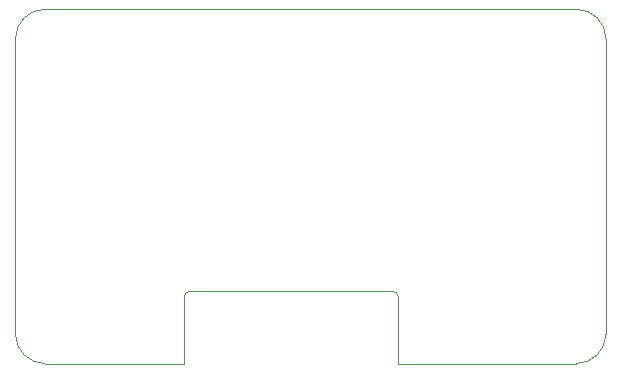
<source format=gm1>
G04 Layer_Color=16711935*
%FSAX44Y44*%
%MOMM*%
G71*
G01*
G75*
%ADD36C,0.1016*%
%ADD54C,0.1000*%
D36*
X10724000Y10600758D02*
G03*
X10719760Y10604998I-00004240J00000000D01*
G01*
X10547245Y10605000D02*
G03*
X10543000Y10600754I00000000J-00004245D01*
G01*
X10425000Y10844000D02*
G03*
X10400000Y10819000I00000000J-00025000D01*
G01*
X10899974D02*
G03*
X10874974Y10844000I-00025000J00000000D01*
G01*
Y10544000D02*
G03*
X10899974Y10569000I00000000J00025000D01*
G01*
X10400000D02*
G03*
X10425000Y10544000I00025000J00000000D01*
G01*
D54*
X10724000D02*
Y10600758D01*
X10664000Y10605000D02*
X10719760D01*
X10547245D02*
X10601000D01*
X10543000Y10544000D02*
Y10600754D01*
X10724000Y10544000D02*
X10874974D01*
X10425000D02*
X10543000D01*
X10400000Y10569000D02*
Y10819000D01*
X10601000Y10605000D02*
X10664000D01*
X10899974Y10569000D02*
Y10819000D01*
X10425000Y10844000D02*
X10874974D01*
M02*

</source>
